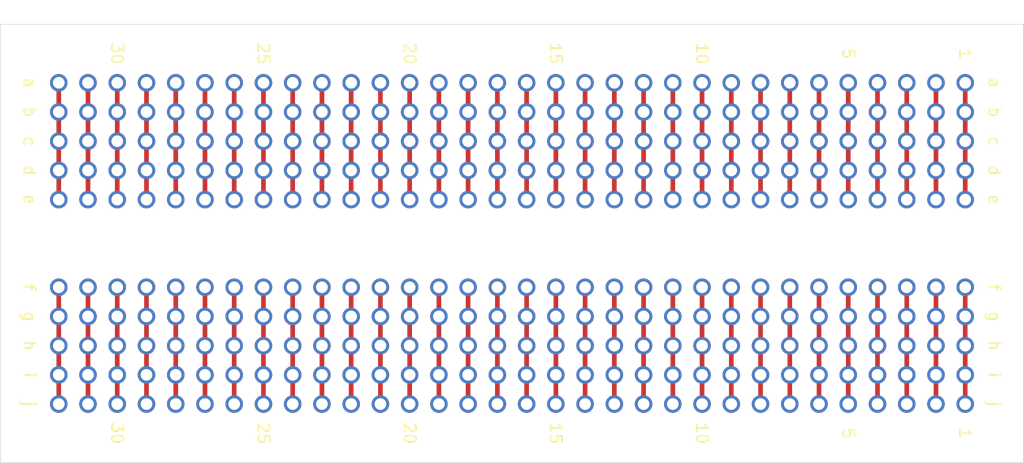
<source format=kicad_pcb>
(kicad_pcb (version 20171130) (host pcbnew 5.1.9-73d0e3b20d~88~ubuntu20.04.1)

  (general
    (thickness 1.6)
    (drawings 38)
    (tracks 64)
    (zones 0)
    (modules 3)
    (nets 1)
  )

  (page A4)
  (layers
    (0 F.Cu signal)
    (31 B.Cu signal)
    (32 B.Adhes user)
    (33 F.Adhes user)
    (34 B.Paste user)
    (35 F.Paste user)
    (36 B.SilkS user)
    (37 F.SilkS user)
    (38 B.Mask user)
    (39 F.Mask user)
    (40 Dwgs.User user)
    (41 Cmts.User user)
    (42 Eco1.User user)
    (43 Eco2.User user)
    (44 Edge.Cuts user)
    (45 Margin user)
    (46 B.CrtYd user)
    (47 F.CrtYd user)
    (48 B.Fab user)
    (49 F.Fab user)
  )

  (setup
    (last_trace_width 0.4064)
    (trace_clearance 0.2032)
    (zone_clearance 0.508)
    (zone_45_only no)
    (trace_min 0.2032)
    (via_size 0.8128)
    (via_drill 0.4064)
    (via_min_size 0.4064)
    (via_min_drill 0.3048)
    (uvia_size 0.3048)
    (uvia_drill 0.1016)
    (uvias_allowed no)
    (uvia_min_size 0.2032)
    (uvia_min_drill 0.1016)
    (edge_width 0.05)
    (segment_width 0.2)
    (pcb_text_width 0.3)
    (pcb_text_size 1.5 1.5)
    (mod_edge_width 0.12)
    (mod_text_size 1 1)
    (mod_text_width 0.15)
    (pad_size 1.524 1.524)
    (pad_drill 0.762)
    (pad_to_mask_clearance 0)
    (aux_axis_origin 0 0)
    (visible_elements FFFFFF7F)
    (pcbplotparams
      (layerselection 0x010fc_ffffffff)
      (usegerberextensions false)
      (usegerberattributes true)
      (usegerberadvancedattributes true)
      (creategerberjobfile true)
      (excludeedgelayer true)
      (linewidth 0.100000)
      (plotframeref false)
      (viasonmask false)
      (mode 1)
      (useauxorigin false)
      (hpglpennumber 1)
      (hpglpenspeed 20)
      (hpglpendiameter 15.000000)
      (psnegative false)
      (psa4output false)
      (plotreference true)
      (plotvalue true)
      (plotinvisibletext false)
      (padsonsilk false)
      (subtractmaskfromsilk false)
      (outputformat 1)
      (mirror false)
      (drillshape 0)
      (scaleselection 1)
      (outputdirectory "out/"))
  )

  (net 0 "")

  (net_class Default "This is the default net class."
    (clearance 0.2032)
    (trace_width 0.4064)
    (via_dia 0.8128)
    (via_drill 0.4064)
    (uvia_dia 0.3048)
    (uvia_drill 0.1016)
    (diff_pair_width 0.2032)
    (diff_pair_gap 0.2032)
  )

  (module ProtoPCBs:ProtoPCB_32_No_Rails (layer F.Cu) (tedit 6011E014) (tstamp 601333F0)
    (at 152.4 66.04)
    (fp_text reference REF** (at 0 -7.62) (layer F.SilkS) hide
      (effects (font (size 1 1) (thickness 0.15)))
    )
    (fp_text value ProtoPCB_32_No_Rails (at 3.81 -6.35) (layer F.Fab)
      (effects (font (size 1 1) (thickness 0.15)))
    )
    (pad 1 thru_hole circle (at 0 17.78) (size 1.524 1.524) (drill 1.016) (layers *.Cu *.Mask))
    (pad 1 thru_hole circle (at 0 27.94) (size 1.524 1.524) (drill 1.016) (layers *.Cu *.Mask))
    (pad 1 thru_hole circle (at 10.16 20.32) (size 1.524 1.524) (drill 1.016) (layers *.Cu *.Mask))
    (pad 1 thru_hole circle (at 63.5 17.78) (size 1.524 1.524) (drill 1.016) (layers *.Cu *.Mask))
    (pad 1 thru_hole circle (at 71.12 25.4) (size 1.524 1.524) (drill 1.016) (layers *.Cu *.Mask))
    (pad 1 thru_hole circle (at 71.12 27.94) (size 1.524 1.524) (drill 1.016) (layers *.Cu *.Mask))
    (pad 1 thru_hole circle (at 68.58 25.4) (size 1.524 1.524) (drill 1.016) (layers *.Cu *.Mask))
    (pad 1 thru_hole circle (at 68.58 27.94) (size 1.524 1.524) (drill 1.016) (layers *.Cu *.Mask))
    (pad 1 thru_hole circle (at 35.56 27.94) (size 1.524 1.524) (drill 1.016) (layers *.Cu *.Mask))
    (pad 1 thru_hole circle (at 35.56 22.86) (size 1.524 1.524) (drill 1.016) (layers *.Cu *.Mask))
    (pad 1 thru_hole circle (at 33.02 17.78) (size 1.524 1.524) (drill 1.016) (layers *.Cu *.Mask))
    (pad 1 thru_hole circle (at 22.86 27.94) (size 1.524 1.524) (drill 1.016) (layers *.Cu *.Mask))
    (pad 1 thru_hole circle (at 43.18 25.4) (size 1.524 1.524) (drill 1.016) (layers *.Cu *.Mask))
    (pad 1 thru_hole circle (at 48.26 22.86) (size 1.524 1.524) (drill 1.016) (layers *.Cu *.Mask))
    (pad 1 thru_hole circle (at 63.5 25.4) (size 1.524 1.524) (drill 1.016) (layers *.Cu *.Mask))
    (pad 1 thru_hole circle (at 68.58 22.86) (size 1.524 1.524) (drill 1.016) (layers *.Cu *.Mask))
    (pad 1 thru_hole circle (at 71.12 22.86) (size 1.524 1.524) (drill 1.016) (layers *.Cu *.Mask))
    (pad 1 thru_hole circle (at 50.8 22.86) (size 1.524 1.524) (drill 1.016) (layers *.Cu *.Mask))
    (pad 1 thru_hole circle (at 12.7 20.32) (size 1.524 1.524) (drill 1.016) (layers *.Cu *.Mask))
    (pad 1 thru_hole circle (at 20.32 22.86) (size 1.524 1.524) (drill 1.016) (layers *.Cu *.Mask))
    (pad 1 thru_hole circle (at 58.42 22.86) (size 1.524 1.524) (drill 1.016) (layers *.Cu *.Mask))
    (pad 1 thru_hole circle (at 30.48 17.78) (size 1.524 1.524) (drill 1.016) (layers *.Cu *.Mask))
    (pad 1 thru_hole circle (at 38.1 25.4) (size 1.524 1.524) (drill 1.016) (layers *.Cu *.Mask))
    (pad 1 thru_hole circle (at 0 20.32) (size 1.524 1.524) (drill 1.016) (layers *.Cu *.Mask))
    (pad 1 thru_hole circle (at 20.32 20.32) (size 1.524 1.524) (drill 1.016) (layers *.Cu *.Mask))
    (pad 1 thru_hole circle (at 20.32 27.94) (size 1.524 1.524) (drill 1.016) (layers *.Cu *.Mask))
    (pad 1 thru_hole circle (at 40.64 20.32) (size 1.524 1.524) (drill 1.016) (layers *.Cu *.Mask))
    (pad 1 thru_hole circle (at 40.64 27.94) (size 1.524 1.524) (drill 1.016) (layers *.Cu *.Mask))
    (pad 1 thru_hole circle (at 27.94 25.4) (size 1.524 1.524) (drill 1.016) (layers *.Cu *.Mask))
    (pad 1 thru_hole circle (at 27.94 27.94) (size 1.524 1.524) (drill 1.016) (layers *.Cu *.Mask))
    (pad 1 thru_hole circle (at 12.7 17.78) (size 1.524 1.524) (drill 1.016) (layers *.Cu *.Mask))
    (pad 1 thru_hole circle (at 27.94 20.32) (size 1.524 1.524) (drill 1.016) (layers *.Cu *.Mask))
    (pad 1 thru_hole circle (at 2.54 27.94) (size 1.524 1.524) (drill 1.016) (layers *.Cu *.Mask))
    (pad 1 thru_hole circle (at 5.08 22.86) (size 1.524 1.524) (drill 1.016) (layers *.Cu *.Mask))
    (pad 1 thru_hole circle (at 66.04 25.4) (size 1.524 1.524) (drill 1.016) (layers *.Cu *.Mask))
    (pad 1 thru_hole circle (at 66.04 22.86) (size 1.524 1.524) (drill 1.016) (layers *.Cu *.Mask))
    (pad 1 thru_hole circle (at 66.04 20.32) (size 1.524 1.524) (drill 1.016) (layers *.Cu *.Mask))
    (pad 1 thru_hole circle (at 78.74 27.94) (size 1.524 1.524) (drill 1.016) (layers *.Cu *.Mask))
    (pad 1 thru_hole circle (at 68.58 20.32) (size 1.524 1.524) (drill 1.016) (layers *.Cu *.Mask))
    (pad 1 thru_hole circle (at 73.66 22.86) (size 1.524 1.524) (drill 1.016) (layers *.Cu *.Mask))
    (pad 1 thru_hole circle (at 33.02 22.86) (size 1.524 1.524) (drill 1.016) (layers *.Cu *.Mask))
    (pad 1 thru_hole circle (at 20.32 25.4) (size 1.524 1.524) (drill 1.016) (layers *.Cu *.Mask))
    (pad 1 thru_hole circle (at 38.1 20.32) (size 1.524 1.524) (drill 1.016) (layers *.Cu *.Mask))
    (pad 1 thru_hole circle (at 63.5 27.94) (size 1.524 1.524) (drill 1.016) (layers *.Cu *.Mask))
    (pad 1 thru_hole circle (at 60.96 22.86) (size 1.524 1.524) (drill 1.016) (layers *.Cu *.Mask))
    (pad 1 thru_hole circle (at 71.12 20.32) (size 1.524 1.524) (drill 1.016) (layers *.Cu *.Mask))
    (pad 1 thru_hole circle (at 60.96 25.4) (size 1.524 1.524) (drill 1.016) (layers *.Cu *.Mask))
    (pad 1 thru_hole circle (at 78.74 20.32) (size 1.524 1.524) (drill 1.016) (layers *.Cu *.Mask))
    (pad 1 thru_hole circle (at 66.04 27.94) (size 1.524 1.524) (drill 1.016) (layers *.Cu *.Mask))
    (pad 1 thru_hole circle (at 55.88 27.94) (size 1.524 1.524) (drill 1.016) (layers *.Cu *.Mask))
    (pad 1 thru_hole circle (at 25.4 20.32) (size 1.524 1.524) (drill 1.016) (layers *.Cu *.Mask))
    (pad 1 thru_hole circle (at 15.24 25.4) (size 1.524 1.524) (drill 1.016) (layers *.Cu *.Mask))
    (pad 1 thru_hole circle (at 38.1 27.94) (size 1.524 1.524) (drill 1.016) (layers *.Cu *.Mask))
    (pad 1 thru_hole circle (at 30.48 25.4) (size 1.524 1.524) (drill 1.016) (layers *.Cu *.Mask))
    (pad 1 thru_hole circle (at 30.48 27.94) (size 1.524 1.524) (drill 1.016) (layers *.Cu *.Mask))
    (pad 1 thru_hole circle (at 25.4 27.94) (size 1.524 1.524) (drill 1.016) (layers *.Cu *.Mask))
    (pad 1 thru_hole circle (at 10.16 22.86) (size 1.524 1.524) (drill 1.016) (layers *.Cu *.Mask))
    (pad 1 thru_hole circle (at 76.2 20.32) (size 1.524 1.524) (drill 1.016) (layers *.Cu *.Mask))
    (pad 1 thru_hole circle (at 73.66 20.32) (size 1.524 1.524) (drill 1.016) (layers *.Cu *.Mask))
    (pad 1 thru_hole circle (at 71.12 17.78) (size 1.524 1.524) (drill 1.016) (layers *.Cu *.Mask))
    (pad 1 thru_hole circle (at 78.74 25.4) (size 1.524 1.524) (drill 1.016) (layers *.Cu *.Mask))
    (pad 1 thru_hole circle (at 73.66 27.94) (size 1.524 1.524) (drill 1.016) (layers *.Cu *.Mask))
    (pad 1 thru_hole circle (at 73.66 25.4) (size 1.524 1.524) (drill 1.016) (layers *.Cu *.Mask))
    (pad 1 thru_hole circle (at 55.88 17.78) (size 1.524 1.524) (drill 1.016) (layers *.Cu *.Mask))
    (pad 1 thru_hole circle (at 43.18 22.86) (size 1.524 1.524) (drill 1.016) (layers *.Cu *.Mask))
    (pad 1 thru_hole circle (at 7.62 22.86) (size 1.524 1.524) (drill 1.016) (layers *.Cu *.Mask))
    (pad 1 thru_hole circle (at 15.24 17.78) (size 1.524 1.524) (drill 1.016) (layers *.Cu *.Mask))
    (pad 1 thru_hole circle (at 22.86 17.78) (size 1.524 1.524) (drill 1.016) (layers *.Cu *.Mask))
    (pad 1 thru_hole circle (at 25.4 25.4) (size 1.524 1.524) (drill 1.016) (layers *.Cu *.Mask))
    (pad 1 thru_hole circle (at 25.4 22.86) (size 1.524 1.524) (drill 1.016) (layers *.Cu *.Mask))
    (pad 1 thru_hole circle (at 35.56 25.4) (size 1.524 1.524) (drill 1.016) (layers *.Cu *.Mask))
    (pad 1 thru_hole circle (at 27.94 17.78) (size 1.524 1.524) (drill 1.016) (layers *.Cu *.Mask))
    (pad 1 thru_hole circle (at 22.86 25.4) (size 1.524 1.524) (drill 1.016) (layers *.Cu *.Mask))
    (pad 1 thru_hole circle (at 7.62 25.4) (size 1.524 1.524) (drill 1.016) (layers *.Cu *.Mask))
    (pad 1 thru_hole circle (at 27.94 22.86) (size 1.524 1.524) (drill 1.016) (layers *.Cu *.Mask))
    (pad 1 thru_hole circle (at 35.56 17.78) (size 1.524 1.524) (drill 1.016) (layers *.Cu *.Mask))
    (pad 1 thru_hole circle (at 43.18 27.94) (size 1.524 1.524) (drill 1.016) (layers *.Cu *.Mask))
    (pad 1 thru_hole circle (at 40.64 22.86) (size 1.524 1.524) (drill 1.016) (layers *.Cu *.Mask))
    (pad 1 thru_hole circle (at 7.62 27.94) (size 1.524 1.524) (drill 1.016) (layers *.Cu *.Mask))
    (pad 1 thru_hole circle (at 50.8 20.32) (size 1.524 1.524) (drill 1.016) (layers *.Cu *.Mask))
    (pad 1 thru_hole circle (at 40.64 25.4) (size 1.524 1.524) (drill 1.016) (layers *.Cu *.Mask))
    (pad 1 thru_hole circle (at 58.42 20.32) (size 1.524 1.524) (drill 1.016) (layers *.Cu *.Mask))
    (pad 1 thru_hole circle (at 22.86 22.86) (size 1.524 1.524) (drill 1.016) (layers *.Cu *.Mask))
    (pad 1 thru_hole circle (at 38.1 17.78) (size 1.524 1.524) (drill 1.016) (layers *.Cu *.Mask))
    (pad 1 thru_hole circle (at 15.24 27.94) (size 1.524 1.524) (drill 1.016) (layers *.Cu *.Mask))
    (pad 1 thru_hole circle (at 15.24 22.86) (size 1.524 1.524) (drill 1.016) (layers *.Cu *.Mask))
    (pad 1 thru_hole circle (at 78.74 22.86) (size 1.524 1.524) (drill 1.016) (layers *.Cu *.Mask))
    (pad 1 thru_hole circle (at 60.96 20.32) (size 1.524 1.524) (drill 1.016) (layers *.Cu *.Mask))
    (pad 1 thru_hole circle (at 60.96 27.94) (size 1.524 1.524) (drill 1.016) (layers *.Cu *.Mask))
    (pad 1 thru_hole circle (at 76.2 27.94) (size 1.524 1.524) (drill 1.016) (layers *.Cu *.Mask))
    (pad 1 thru_hole circle (at 76.2 17.78) (size 1.524 1.524) (drill 1.016) (layers *.Cu *.Mask))
    (pad 1 thru_hole circle (at 63.5 22.86) (size 1.524 1.524) (drill 1.016) (layers *.Cu *.Mask))
    (pad 1 thru_hole circle (at 10.16 17.78) (size 1.524 1.524) (drill 1.016) (layers *.Cu *.Mask))
    (pad 1 thru_hole circle (at 45.72 27.94) (size 1.524 1.524) (drill 1.016) (layers *.Cu *.Mask))
    (pad 1 thru_hole circle (at 43.18 17.78) (size 1.524 1.524) (drill 1.016) (layers *.Cu *.Mask))
    (pad 1 thru_hole circle (at 17.78 25.4) (size 1.524 1.524) (drill 1.016) (layers *.Cu *.Mask))
    (pad 1 thru_hole circle (at 78.74 17.78) (size 1.524 1.524) (drill 1.016) (layers *.Cu *.Mask))
    (pad 1 thru_hole circle (at 63.5 20.32) (size 1.524 1.524) (drill 1.016) (layers *.Cu *.Mask))
    (pad 1 thru_hole circle (at 76.2 25.4) (size 1.524 1.524) (drill 1.016) (layers *.Cu *.Mask))
    (pad 1 thru_hole circle (at 68.58 17.78) (size 1.524 1.524) (drill 1.016) (layers *.Cu *.Mask))
    (pad 1 thru_hole circle (at 66.04 17.78) (size 1.524 1.524) (drill 1.016) (layers *.Cu *.Mask))
    (pad 1 thru_hole circle (at 7.62 17.78) (size 1.524 1.524) (drill 1.016) (layers *.Cu *.Mask))
    (pad 1 thru_hole circle (at 22.86 20.32) (size 1.524 1.524) (drill 1.016) (layers *.Cu *.Mask))
    (pad 1 thru_hole circle (at 2.54 25.4) (size 1.524 1.524) (drill 1.016) (layers *.Cu *.Mask))
    (pad 1 thru_hole circle (at 12.7 25.4) (size 1.524 1.524) (drill 1.016) (layers *.Cu *.Mask))
    (pad 1 thru_hole circle (at 50.8 25.4) (size 1.524 1.524) (drill 1.016) (layers *.Cu *.Mask))
    (pad 1 thru_hole circle (at 50.8 27.94) (size 1.524 1.524) (drill 1.016) (layers *.Cu *.Mask))
    (pad 1 thru_hole circle (at 48.26 25.4) (size 1.524 1.524) (drill 1.016) (layers *.Cu *.Mask))
    (pad 1 thru_hole circle (at 48.26 27.94) (size 1.524 1.524) (drill 1.016) (layers *.Cu *.Mask))
    (pad 1 thru_hole circle (at 55.88 20.32) (size 1.524 1.524) (drill 1.016) (layers *.Cu *.Mask))
    (pad 1 thru_hole circle (at 73.66 17.78) (size 1.524 1.524) (drill 1.016) (layers *.Cu *.Mask))
    (pad 1 thru_hole circle (at 30.48 20.32) (size 1.524 1.524) (drill 1.016) (layers *.Cu *.Mask))
    (pad 1 thru_hole circle (at 33.02 20.32) (size 1.524 1.524) (drill 1.016) (layers *.Cu *.Mask))
    (pad 1 thru_hole circle (at 53.34 20.32) (size 1.524 1.524) (drill 1.016) (layers *.Cu *.Mask))
    (pad 1 thru_hole circle (at 50.8 17.78) (size 1.524 1.524) (drill 1.016) (layers *.Cu *.Mask))
    (pad 1 thru_hole circle (at 58.42 25.4) (size 1.524 1.524) (drill 1.016) (layers *.Cu *.Mask))
    (pad 1 thru_hole circle (at 53.34 27.94) (size 1.524 1.524) (drill 1.016) (layers *.Cu *.Mask))
    (pad 1 thru_hole circle (at 53.34 25.4) (size 1.524 1.524) (drill 1.016) (layers *.Cu *.Mask))
    (pad 1 thru_hole circle (at 20.32 17.78) (size 1.524 1.524) (drill 1.016) (layers *.Cu *.Mask))
    (pad 1 thru_hole circle (at 35.56 20.32) (size 1.524 1.524) (drill 1.016) (layers *.Cu *.Mask))
    (pad 1 thru_hole circle (at 33.02 27.94) (size 1.524 1.524) (drill 1.016) (layers *.Cu *.Mask))
    (pad 1 thru_hole circle (at 5.08 17.78) (size 1.524 1.524) (drill 1.016) (layers *.Cu *.Mask))
    (pad 1 thru_hole circle (at 45.72 25.4) (size 1.524 1.524) (drill 1.016) (layers *.Cu *.Mask))
    (pad 1 thru_hole circle (at 45.72 22.86) (size 1.524 1.524) (drill 1.016) (layers *.Cu *.Mask))
    (pad 1 thru_hole circle (at 45.72 20.32) (size 1.524 1.524) (drill 1.016) (layers *.Cu *.Mask))
    (pad 1 thru_hole circle (at 58.42 27.94) (size 1.524 1.524) (drill 1.016) (layers *.Cu *.Mask))
    (pad 1 thru_hole circle (at 2.54 22.86) (size 1.524 1.524) (drill 1.016) (layers *.Cu *.Mask))
    (pad 1 thru_hole circle (at 17.78 17.78) (size 1.524 1.524) (drill 1.016) (layers *.Cu *.Mask))
    (pad 1 thru_hole circle (at 0 25.4) (size 1.524 1.524) (drill 1.016) (layers *.Cu *.Mask))
    (pad 1 thru_hole circle (at 17.78 20.32) (size 1.524 1.524) (drill 1.016) (layers *.Cu *.Mask))
    (pad 1 thru_hole circle (at 48.26 20.32) (size 1.524 1.524) (drill 1.016) (layers *.Cu *.Mask))
    (pad 1 thru_hole circle (at 53.34 22.86) (size 1.524 1.524) (drill 1.016) (layers *.Cu *.Mask))
    (pad 1 thru_hole circle (at 38.1 22.86) (size 1.524 1.524) (drill 1.016) (layers *.Cu *.Mask))
    (pad 1 thru_hole circle (at 15.24 20.32) (size 1.524 1.524) (drill 1.016) (layers *.Cu *.Mask))
    (pad 1 thru_hole circle (at 60.96 17.78) (size 1.524 1.524) (drill 1.016) (layers *.Cu *.Mask))
    (pad 1 thru_hole circle (at 76.2 22.86) (size 1.524 1.524) (drill 1.016) (layers *.Cu *.Mask))
    (pad 1 thru_hole circle (at 58.42 17.78) (size 1.524 1.524) (drill 1.016) (layers *.Cu *.Mask))
    (pad 1 thru_hole circle (at 43.18 20.32) (size 1.524 1.524) (drill 1.016) (layers *.Cu *.Mask))
    (pad 1 thru_hole circle (at 55.88 25.4) (size 1.524 1.524) (drill 1.016) (layers *.Cu *.Mask))
    (pad 1 thru_hole circle (at 48.26 17.78) (size 1.524 1.524) (drill 1.016) (layers *.Cu *.Mask))
    (pad 1 thru_hole circle (at 30.48 22.86) (size 1.524 1.524) (drill 1.016) (layers *.Cu *.Mask))
    (pad 1 thru_hole circle (at 12.7 27.94) (size 1.524 1.524) (drill 1.016) (layers *.Cu *.Mask))
    (pad 1 thru_hole circle (at 12.7 22.86) (size 1.524 1.524) (drill 1.016) (layers *.Cu *.Mask))
    (pad 1 thru_hole circle (at 2.54 20.32) (size 1.524 1.524) (drill 1.016) (layers *.Cu *.Mask))
    (pad 1 thru_hole circle (at 5.08 27.94) (size 1.524 1.524) (drill 1.016) (layers *.Cu *.Mask))
    (pad 1 thru_hole circle (at 17.78 27.94) (size 1.524 1.524) (drill 1.016) (layers *.Cu *.Mask))
    (pad 1 thru_hole circle (at 45.72 17.78) (size 1.524 1.524) (drill 1.016) (layers *.Cu *.Mask))
    (pad 1 thru_hole circle (at 40.64 17.78) (size 1.524 1.524) (drill 1.016) (layers *.Cu *.Mask))
    (pad 1 thru_hole circle (at 55.88 22.86) (size 1.524 1.524) (drill 1.016) (layers *.Cu *.Mask))
    (pad 1 thru_hole circle (at 53.34 17.78) (size 1.524 1.524) (drill 1.016) (layers *.Cu *.Mask))
    (pad 1 thru_hole circle (at 17.78 22.86) (size 1.524 1.524) (drill 1.016) (layers *.Cu *.Mask))
    (pad 1 thru_hole circle (at 33.02 25.4) (size 1.524 1.524) (drill 1.016) (layers *.Cu *.Mask))
    (pad 1 thru_hole circle (at 25.4 17.78) (size 1.524 1.524) (drill 1.016) (layers *.Cu *.Mask))
    (pad 1 thru_hole circle (at 10.16 27.94) (size 1.524 1.524) (drill 1.016) (layers *.Cu *.Mask))
    (pad 1 thru_hole circle (at 0 22.86) (size 1.524 1.524) (drill 1.016) (layers *.Cu *.Mask))
    (pad 1 thru_hole circle (at 5.08 20.32) (size 1.524 1.524) (drill 1.016) (layers *.Cu *.Mask))
    (pad 1 thru_hole circle (at 7.62 20.32) (size 1.524 1.524) (drill 1.016) (layers *.Cu *.Mask))
    (pad 1 thru_hole circle (at 2.54 17.78) (size 1.524 1.524) (drill 1.016) (layers *.Cu *.Mask))
    (pad 1 thru_hole circle (at 5.08 25.4) (size 1.524 1.524) (drill 1.016) (layers *.Cu *.Mask))
    (pad 1 thru_hole circle (at 10.16 25.4) (size 1.524 1.524) (drill 1.016) (layers *.Cu *.Mask))
    (pad 1 thru_hole circle (at 63.5 7.62) (size 1.524 1.524) (drill 1.016) (layers *.Cu *.Mask))
    (pad 1 thru_hole circle (at 68.58 5.08) (size 1.524 1.524) (drill 1.016) (layers *.Cu *.Mask))
    (pad 1 thru_hole circle (at 71.12 5.08) (size 1.524 1.524) (drill 1.016) (layers *.Cu *.Mask))
    (pad 1 thru_hole circle (at 78.74 5.08) (size 1.524 1.524) (drill 1.016) (layers *.Cu *.Mask))
    (pad 1 thru_hole circle (at 60.96 2.54) (size 1.524 1.524) (drill 1.016) (layers *.Cu *.Mask))
    (pad 1 thru_hole circle (at 60.96 10.16) (size 1.524 1.524) (drill 1.016) (layers *.Cu *.Mask))
    (pad 1 thru_hole circle (at 76.2 10.16) (size 1.524 1.524) (drill 1.016) (layers *.Cu *.Mask))
    (pad 1 thru_hole circle (at 76.2 0) (size 1.524 1.524) (drill 1.016) (layers *.Cu *.Mask))
    (pad 1 thru_hole circle (at 63.5 5.08) (size 1.524 1.524) (drill 1.016) (layers *.Cu *.Mask))
    (pad 1 thru_hole circle (at 63.5 10.16) (size 1.524 1.524) (drill 1.016) (layers *.Cu *.Mask))
    (pad 1 thru_hole circle (at 60.96 5.08) (size 1.524 1.524) (drill 1.016) (layers *.Cu *.Mask))
    (pad 1 thru_hole circle (at 71.12 2.54) (size 1.524 1.524) (drill 1.016) (layers *.Cu *.Mask))
    (pad 1 thru_hole circle (at 60.96 7.62) (size 1.524 1.524) (drill 1.016) (layers *.Cu *.Mask))
    (pad 1 thru_hole circle (at 78.74 2.54) (size 1.524 1.524) (drill 1.016) (layers *.Cu *.Mask))
    (pad 1 thru_hole circle (at 66.04 10.16) (size 1.524 1.524) (drill 1.016) (layers *.Cu *.Mask))
    (pad 1 thru_hole circle (at 63.5 0) (size 1.524 1.524) (drill 1.016) (layers *.Cu *.Mask))
    (pad 1 thru_hole circle (at 71.12 7.62) (size 1.524 1.524) (drill 1.016) (layers *.Cu *.Mask))
    (pad 1 thru_hole circle (at 71.12 10.16) (size 1.524 1.524) (drill 1.016) (layers *.Cu *.Mask))
    (pad 1 thru_hole circle (at 68.58 7.62) (size 1.524 1.524) (drill 1.016) (layers *.Cu *.Mask))
    (pad 1 thru_hole circle (at 68.58 10.16) (size 1.524 1.524) (drill 1.016) (layers *.Cu *.Mask))
    (pad 1 thru_hole circle (at 76.2 2.54) (size 1.524 1.524) (drill 1.016) (layers *.Cu *.Mask))
    (pad 1 thru_hole circle (at 73.66 2.54) (size 1.524 1.524) (drill 1.016) (layers *.Cu *.Mask))
    (pad 1 thru_hole circle (at 71.12 0) (size 1.524 1.524) (drill 1.016) (layers *.Cu *.Mask))
    (pad 1 thru_hole circle (at 78.74 7.62) (size 1.524 1.524) (drill 1.016) (layers *.Cu *.Mask))
    (pad 1 thru_hole circle (at 73.66 10.16) (size 1.524 1.524) (drill 1.016) (layers *.Cu *.Mask))
    (pad 1 thru_hole circle (at 73.66 7.62) (size 1.524 1.524) (drill 1.016) (layers *.Cu *.Mask))
    (pad 1 thru_hole circle (at 66.04 7.62) (size 1.524 1.524) (drill 1.016) (layers *.Cu *.Mask))
    (pad 1 thru_hole circle (at 66.04 5.08) (size 1.524 1.524) (drill 1.016) (layers *.Cu *.Mask))
    (pad 1 thru_hole circle (at 66.04 2.54) (size 1.524 1.524) (drill 1.016) (layers *.Cu *.Mask))
    (pad 1 thru_hole circle (at 78.74 10.16) (size 1.524 1.524) (drill 1.016) (layers *.Cu *.Mask))
    (pad 1 thru_hole circle (at 68.58 2.54) (size 1.524 1.524) (drill 1.016) (layers *.Cu *.Mask))
    (pad 1 thru_hole circle (at 73.66 5.08) (size 1.524 1.524) (drill 1.016) (layers *.Cu *.Mask))
    (pad 1 thru_hole circle (at 78.74 0) (size 1.524 1.524) (drill 1.016) (layers *.Cu *.Mask))
    (pad 1 thru_hole circle (at 63.5 2.54) (size 1.524 1.524) (drill 1.016) (layers *.Cu *.Mask))
    (pad 1 thru_hole circle (at 76.2 7.62) (size 1.524 1.524) (drill 1.016) (layers *.Cu *.Mask))
    (pad 1 thru_hole circle (at 68.58 0) (size 1.524 1.524) (drill 1.016) (layers *.Cu *.Mask))
    (pad 1 thru_hole circle (at 66.04 0) (size 1.524 1.524) (drill 1.016) (layers *.Cu *.Mask))
    (pad 1 thru_hole circle (at 60.96 0) (size 1.524 1.524) (drill 1.016) (layers *.Cu *.Mask))
    (pad 1 thru_hole circle (at 76.2 5.08) (size 1.524 1.524) (drill 1.016) (layers *.Cu *.Mask))
    (pad 1 thru_hole circle (at 73.66 0) (size 1.524 1.524) (drill 1.016) (layers *.Cu *.Mask))
    (pad 1 thru_hole circle (at 55.88 10.16) (size 1.524 1.524) (drill 1.016) (layers *.Cu *.Mask))
    (pad 1 thru_hole circle (at 55.88 5.08) (size 1.524 1.524) (drill 1.016) (layers *.Cu *.Mask))
    (pad 1 thru_hole circle (at 53.34 0) (size 1.524 1.524) (drill 1.016) (layers *.Cu *.Mask))
    (pad 1 thru_hole circle (at 43.18 10.16) (size 1.524 1.524) (drill 1.016) (layers *.Cu *.Mask))
    (pad 1 thru_hole circle (at 40.64 5.08) (size 1.524 1.524) (drill 1.016) (layers *.Cu *.Mask))
    (pad 1 thru_hole circle (at 50.8 0) (size 1.524 1.524) (drill 1.016) (layers *.Cu *.Mask))
    (pad 1 thru_hole circle (at 58.42 7.62) (size 1.524 1.524) (drill 1.016) (layers *.Cu *.Mask))
    (pad 1 thru_hole circle (at 40.64 2.54) (size 1.524 1.524) (drill 1.016) (layers *.Cu *.Mask))
    (pad 1 thru_hole circle (at 40.64 10.16) (size 1.524 1.524) (drill 1.016) (layers *.Cu *.Mask))
    (pad 1 thru_hole circle (at 48.26 7.62) (size 1.524 1.524) (drill 1.016) (layers *.Cu *.Mask))
    (pad 1 thru_hole circle (at 48.26 10.16) (size 1.524 1.524) (drill 1.016) (layers *.Cu *.Mask))
    (pad 1 thru_hole circle (at 48.26 2.54) (size 1.524 1.524) (drill 1.016) (layers *.Cu *.Mask))
    (pad 1 thru_hole circle (at 53.34 5.08) (size 1.524 1.524) (drill 1.016) (layers *.Cu *.Mask))
    (pad 1 thru_hole circle (at 40.64 7.62) (size 1.524 1.524) (drill 1.016) (layers *.Cu *.Mask))
    (pad 1 thru_hole circle (at 58.42 2.54) (size 1.524 1.524) (drill 1.016) (layers *.Cu *.Mask))
    (pad 1 thru_hole circle (at 45.72 2.54) (size 1.524 1.524) (drill 1.016) (layers *.Cu *.Mask))
    (pad 1 thru_hole circle (at 58.42 10.16) (size 1.524 1.524) (drill 1.016) (layers *.Cu *.Mask))
    (pad 1 thru_hole circle (at 50.8 7.62) (size 1.524 1.524) (drill 1.016) (layers *.Cu *.Mask))
    (pad 1 thru_hole circle (at 50.8 10.16) (size 1.524 1.524) (drill 1.016) (layers *.Cu *.Mask))
    (pad 1 thru_hole circle (at 45.72 10.16) (size 1.524 1.524) (drill 1.016) (layers *.Cu *.Mask))
    (pad 1 thru_hole circle (at 43.18 0) (size 1.524 1.524) (drill 1.016) (layers *.Cu *.Mask))
    (pad 1 thru_hole circle (at 45.72 7.62) (size 1.524 1.524) (drill 1.016) (layers *.Cu *.Mask))
    (pad 1 thru_hole circle (at 45.72 5.08) (size 1.524 1.524) (drill 1.016) (layers *.Cu *.Mask))
    (pad 1 thru_hole circle (at 55.88 7.62) (size 1.524 1.524) (drill 1.016) (layers *.Cu *.Mask))
    (pad 1 thru_hole circle (at 48.26 0) (size 1.524 1.524) (drill 1.016) (layers *.Cu *.Mask))
    (pad 1 thru_hole circle (at 43.18 7.62) (size 1.524 1.524) (drill 1.016) (layers *.Cu *.Mask))
    (pad 1 thru_hole circle (at 48.26 5.08) (size 1.524 1.524) (drill 1.016) (layers *.Cu *.Mask))
    (pad 1 thru_hole circle (at 55.88 0) (size 1.524 1.524) (drill 1.016) (layers *.Cu *.Mask))
    (pad 1 thru_hole circle (at 43.18 5.08) (size 1.524 1.524) (drill 1.016) (layers *.Cu *.Mask))
    (pad 1 thru_hole circle (at 58.42 0) (size 1.524 1.524) (drill 1.016) (layers *.Cu *.Mask))
    (pad 1 thru_hole circle (at 43.18 2.54) (size 1.524 1.524) (drill 1.016) (layers *.Cu *.Mask))
    (pad 1 thru_hole circle (at 50.8 2.54) (size 1.524 1.524) (drill 1.016) (layers *.Cu *.Mask))
    (pad 1 thru_hole circle (at 53.34 2.54) (size 1.524 1.524) (drill 1.016) (layers *.Cu *.Mask))
    (pad 1 thru_hole circle (at 40.64 0) (size 1.524 1.524) (drill 1.016) (layers *.Cu *.Mask))
    (pad 1 thru_hole circle (at 55.88 2.54) (size 1.524 1.524) (drill 1.016) (layers *.Cu *.Mask))
    (pad 1 thru_hole circle (at 53.34 10.16) (size 1.524 1.524) (drill 1.016) (layers *.Cu *.Mask))
    (pad 1 thru_hole circle (at 58.42 5.08) (size 1.524 1.524) (drill 1.016) (layers *.Cu *.Mask))
    (pad 1 thru_hole circle (at 50.8 5.08) (size 1.524 1.524) (drill 1.016) (layers *.Cu *.Mask))
    (pad 1 thru_hole circle (at 53.34 7.62) (size 1.524 1.524) (drill 1.016) (layers *.Cu *.Mask))
    (pad 1 thru_hole circle (at 45.72 0) (size 1.524 1.524) (drill 1.016) (layers *.Cu *.Mask))
    (pad 1 thru_hole circle (at 20.32 0) (size 1.524 1.524) (drill 1.016) (layers *.Cu *.Mask))
    (pad 1 thru_hole circle (at 20.32 10.16) (size 1.524 1.524) (drill 1.016) (layers *.Cu *.Mask))
    (pad 1 thru_hole circle (at 30.48 2.54) (size 1.524 1.524) (drill 1.016) (layers *.Cu *.Mask))
    (pad 1 thru_hole circle (at 33.02 2.54) (size 1.524 1.524) (drill 1.016) (layers *.Cu *.Mask))
    (pad 1 thru_hole circle (at 20.32 2.54) (size 1.524 1.524) (drill 1.016) (layers *.Cu *.Mask))
    (pad 1 thru_hole circle (at 33.02 0) (size 1.524 1.524) (drill 1.016) (layers *.Cu *.Mask))
    (pad 1 thru_hole circle (at 22.86 10.16) (size 1.524 1.524) (drill 1.016) (layers *.Cu *.Mask))
    (pad 1 thru_hole circle (at 25.4 5.08) (size 1.524 1.524) (drill 1.016) (layers *.Cu *.Mask))
    (pad 1 thru_hole circle (at 35.56 7.62) (size 1.524 1.524) (drill 1.016) (layers *.Cu *.Mask))
    (pad 1 thru_hole circle (at 30.48 5.08) (size 1.524 1.524) (drill 1.016) (layers *.Cu *.Mask))
    (pad 1 thru_hole circle (at 27.94 5.08) (size 1.524 1.524) (drill 1.016) (layers *.Cu *.Mask))
    (pad 1 thru_hole circle (at 35.56 0) (size 1.524 1.524) (drill 1.016) (layers *.Cu *.Mask))
    (pad 1 thru_hole circle (at 27.94 7.62) (size 1.524 1.524) (drill 1.016) (layers *.Cu *.Mask))
    (pad 1 thru_hole circle (at 27.94 10.16) (size 1.524 1.524) (drill 1.016) (layers *.Cu *.Mask))
    (pad 1 thru_hole circle (at 35.56 10.16) (size 1.524 1.524) (drill 1.016) (layers *.Cu *.Mask))
    (pad 1 thru_hole circle (at 35.56 5.08) (size 1.524 1.524) (drill 1.016) (layers *.Cu *.Mask))
    (pad 1 thru_hole circle (at 30.48 0) (size 1.524 1.524) (drill 1.016) (layers *.Cu *.Mask))
    (pad 1 thru_hole circle (at 38.1 7.62) (size 1.524 1.524) (drill 1.016) (layers *.Cu *.Mask))
    (pad 1 thru_hole circle (at 27.94 0) (size 1.524 1.524) (drill 1.016) (layers *.Cu *.Mask))
    (pad 1 thru_hole circle (at 22.86 7.62) (size 1.524 1.524) (drill 1.016) (layers *.Cu *.Mask))
    (pad 1 thru_hole circle (at 33.02 7.62) (size 1.524 1.524) (drill 1.016) (layers *.Cu *.Mask))
    (pad 1 thru_hole circle (at 25.4 0) (size 1.524 1.524) (drill 1.016) (layers *.Cu *.Mask))
    (pad 1 thru_hole circle (at 22.86 5.08) (size 1.524 1.524) (drill 1.016) (layers *.Cu *.Mask))
    (pad 1 thru_hole circle (at 38.1 0) (size 1.524 1.524) (drill 1.016) (layers *.Cu *.Mask))
    (pad 1 thru_hole circle (at 20.32 7.62) (size 1.524 1.524) (drill 1.016) (layers *.Cu *.Mask))
    (pad 1 thru_hole circle (at 38.1 2.54) (size 1.524 1.524) (drill 1.016) (layers *.Cu *.Mask))
    (pad 1 thru_hole circle (at 35.56 2.54) (size 1.524 1.524) (drill 1.016) (layers *.Cu *.Mask))
    (pad 1 thru_hole circle (at 33.02 10.16) (size 1.524 1.524) (drill 1.016) (layers *.Cu *.Mask))
    (pad 1 thru_hole circle (at 33.02 5.08) (size 1.524 1.524) (drill 1.016) (layers *.Cu *.Mask))
    (pad 1 thru_hole circle (at 22.86 2.54) (size 1.524 1.524) (drill 1.016) (layers *.Cu *.Mask))
    (pad 1 thru_hole circle (at 25.4 10.16) (size 1.524 1.524) (drill 1.016) (layers *.Cu *.Mask))
    (pad 1 thru_hole circle (at 38.1 10.16) (size 1.524 1.524) (drill 1.016) (layers *.Cu *.Mask))
    (pad 1 thru_hole circle (at 38.1 5.08) (size 1.524 1.524) (drill 1.016) (layers *.Cu *.Mask))
    (pad 1 thru_hole circle (at 30.48 10.16) (size 1.524 1.524) (drill 1.016) (layers *.Cu *.Mask))
    (pad 1 thru_hole circle (at 20.32 5.08) (size 1.524 1.524) (drill 1.016) (layers *.Cu *.Mask))
    (pad 1 thru_hole circle (at 25.4 2.54) (size 1.524 1.524) (drill 1.016) (layers *.Cu *.Mask))
    (pad 1 thru_hole circle (at 27.94 2.54) (size 1.524 1.524) (drill 1.016) (layers *.Cu *.Mask))
    (pad 1 thru_hole circle (at 22.86 0) (size 1.524 1.524) (drill 1.016) (layers *.Cu *.Mask))
    (pad 1 thru_hole circle (at 25.4 7.62) (size 1.524 1.524) (drill 1.016) (layers *.Cu *.Mask))
    (pad 1 thru_hole circle (at 30.48 7.62) (size 1.524 1.524) (drill 1.016) (layers *.Cu *.Mask))
    (pad 1 thru_hole circle (at 17.78 7.62) (size 1.524 1.524) (drill 1.016) (layers *.Cu *.Mask))
    (pad 1 thru_hole circle (at 17.78 0) (size 1.524 1.524) (drill 1.016) (layers *.Cu *.Mask))
    (pad 1 thru_hole circle (at 17.78 10.16) (size 1.524 1.524) (drill 1.016) (layers *.Cu *.Mask))
    (pad 1 thru_hole circle (at 17.78 5.08) (size 1.524 1.524) (drill 1.016) (layers *.Cu *.Mask))
    (pad 1 thru_hole circle (at 17.78 2.54) (size 1.524 1.524) (drill 1.016) (layers *.Cu *.Mask))
    (pad 1 thru_hole circle (at 15.24 2.54) (size 1.524 1.524) (drill 1.016) (layers *.Cu *.Mask))
    (pad 1 thru_hole circle (at 15.24 0) (size 1.524 1.524) (drill 1.016) (layers *.Cu *.Mask))
    (pad 1 thru_hole circle (at 15.24 7.62) (size 1.524 1.524) (drill 1.016) (layers *.Cu *.Mask))
    (pad 1 thru_hole circle (at 15.24 10.16) (size 1.524 1.524) (drill 1.016) (layers *.Cu *.Mask))
    (pad 1 thru_hole circle (at 15.24 5.08) (size 1.524 1.524) (drill 1.016) (layers *.Cu *.Mask))
    (pad 1 thru_hole circle (at 12.7 2.54) (size 1.524 1.524) (drill 1.016) (layers *.Cu *.Mask))
    (pad 1 thru_hole circle (at 12.7 5.08) (size 1.524 1.524) (drill 1.016) (layers *.Cu *.Mask))
    (pad 1 thru_hole circle (at 12.7 0) (size 1.524 1.524) (drill 1.016) (layers *.Cu *.Mask))
    (pad 1 thru_hole circle (at 12.7 10.16) (size 1.524 1.524) (drill 1.016) (layers *.Cu *.Mask))
    (pad 1 thru_hole circle (at 12.7 7.62) (size 1.524 1.524) (drill 1.016) (layers *.Cu *.Mask))
    (pad 1 thru_hole circle (at 10.16 5.08) (size 1.524 1.524) (drill 1.016) (layers *.Cu *.Mask))
    (pad 1 thru_hole circle (at 10.16 7.62) (size 1.524 1.524) (drill 1.016) (layers *.Cu *.Mask))
    (pad 1 thru_hole circle (at 10.16 10.16) (size 1.524 1.524) (drill 1.016) (layers *.Cu *.Mask))
    (pad 1 thru_hole circle (at 10.16 0) (size 1.524 1.524) (drill 1.016) (layers *.Cu *.Mask))
    (pad 1 thru_hole circle (at 10.16 2.54) (size 1.524 1.524) (drill 1.016) (layers *.Cu *.Mask))
    (pad 1 thru_hole circle (at 7.62 5.08) (size 1.524 1.524) (drill 1.016) (layers *.Cu *.Mask))
    (pad 1 thru_hole circle (at 7.62 0) (size 1.524 1.524) (drill 1.016) (layers *.Cu *.Mask))
    (pad 1 thru_hole circle (at 7.62 10.16) (size 1.524 1.524) (drill 1.016) (layers *.Cu *.Mask))
    (pad 1 thru_hole circle (at 7.62 2.54) (size 1.524 1.524) (drill 1.016) (layers *.Cu *.Mask))
    (pad 1 thru_hole circle (at 7.62 7.62) (size 1.524 1.524) (drill 1.016) (layers *.Cu *.Mask))
    (pad 1 thru_hole circle (at 5.08 10.16) (size 1.524 1.524) (drill 1.016) (layers *.Cu *.Mask))
    (pad 1 thru_hole circle (at 5.08 7.62) (size 1.524 1.524) (drill 1.016) (layers *.Cu *.Mask))
    (pad 1 thru_hole circle (at 5.08 5.08) (size 1.524 1.524) (drill 1.016) (layers *.Cu *.Mask))
    (pad 1 thru_hole circle (at 5.08 2.54) (size 1.524 1.524) (drill 1.016) (layers *.Cu *.Mask))
    (pad 1 thru_hole circle (at 5.08 0) (size 1.524 1.524) (drill 1.016) (layers *.Cu *.Mask))
    (pad 1 thru_hole circle (at 2.54 0) (size 1.524 1.524) (drill 1.016) (layers *.Cu *.Mask))
    (pad 1 thru_hole circle (at 2.54 10.16) (size 1.524 1.524) (drill 1.016) (layers *.Cu *.Mask))
    (pad 1 thru_hole circle (at 2.54 2.54) (size 1.524 1.524) (drill 1.016) (layers *.Cu *.Mask))
    (pad 1 thru_hole circle (at 2.54 7.62) (size 1.524 1.524) (drill 1.016) (layers *.Cu *.Mask))
    (pad 1 thru_hole circle (at 2.54 5.08) (size 1.524 1.524) (drill 1.016) (layers *.Cu *.Mask))
    (pad 1 thru_hole circle (at 0 10.16) (size 1.524 1.524) (drill 1.016) (layers *.Cu *.Mask))
    (pad 1 thru_hole circle (at 0 7.62) (size 1.524 1.524) (drill 1.016) (layers *.Cu *.Mask))
    (pad 1 thru_hole circle (at 0 5.08) (size 1.524 1.524) (drill 1.016) (layers *.Cu *.Mask))
    (pad 1 thru_hole circle (at 0 2.54) (size 1.524 1.524) (drill 1.016) (layers *.Cu *.Mask))
    (pad 1 thru_hole circle (at 0 0) (size 1.524 1.524) (drill 1.016) (layers *.Cu *.Mask))
  )

  (module MountingHole:MountingHole_3.2mm_M3 (layer F.Cu) (tedit 56D1B4CB) (tstamp 6013DD74)
    (at 153.67 80.01)
    (descr "Mounting Hole 3.2mm, no annular, M3")
    (tags "mounting hole 3.2mm no annular m3")
    (attr virtual)
    (fp_text reference REF** (at 0 -4.2) (layer F.SilkS) hide
      (effects (font (size 1 1) (thickness 0.15)))
    )
    (fp_text value MountingHole_3.2mm_M3 (at 0 4.2) (layer F.Fab) hide
      (effects (font (size 1 1) (thickness 0.15)))
    )
    (fp_circle (center 0 0) (end 3.45 0) (layer F.CrtYd) (width 0.05))
    (fp_circle (center 0 0) (end 3.2 0) (layer Cmts.User) (width 0.15))
    (fp_text user %R (at 0.3 0) (layer F.Fab) hide
      (effects (font (size 1 1) (thickness 0.15)))
    )
    (pad 1 np_thru_hole circle (at 0 0) (size 3.2 3.2) (drill 3.2) (layers *.Cu *.Mask))
  )

  (module MountingHole:MountingHole_3.2mm_M3 (layer F.Cu) (tedit 56D1B4CB) (tstamp 6013DD4A)
    (at 229.87 80.01)
    (descr "Mounting Hole 3.2mm, no annular, M3")
    (tags "mounting hole 3.2mm no annular m3")
    (attr virtual)
    (fp_text reference REF** (at 0 -4.2) (layer F.SilkS) hide
      (effects (font (size 1 1) (thickness 0.15)))
    )
    (fp_text value MountingHole_3.2mm_M3 (at 0 4.2) (layer F.Fab) hide
      (effects (font (size 1 1) (thickness 0.15)))
    )
    (fp_circle (center 0 0) (end 3.2 0) (layer Cmts.User) (width 0.15))
    (fp_circle (center 0 0) (end 3.45 0) (layer F.CrtYd) (width 0.05))
    (fp_text user %R (at 0.3 0) (layer F.Fab) hide
      (effects (font (size 1 1) (thickness 0.15)))
    )
    (pad 1 np_thru_hole circle (at 0 0) (size 3.2 3.2) (drill 3.2) (layers *.Cu *.Mask))
  )

  (gr_text a (at 149.86 66.04 -90) (layer F.SilkS) (tstamp 60120AC0)
    (effects (font (size 1 1) (thickness 0.15)))
  )
  (gr_text b (at 149.86 68.58 -90) (layer F.SilkS) (tstamp 60120ABF)
    (effects (font (size 1 1) (thickness 0.15)))
  )
  (gr_text c (at 149.86 71.12 -90) (layer F.SilkS) (tstamp 60120ABE)
    (effects (font (size 1 1) (thickness 0.15)))
  )
  (gr_text d (at 149.86 73.66 -90) (layer F.SilkS) (tstamp 60120ABD)
    (effects (font (size 1 1) (thickness 0.15)))
  )
  (gr_text e (at 149.86 76.2 -90) (layer F.SilkS) (tstamp 60120ABC)
    (effects (font (size 1 1) (thickness 0.15)))
  )
  (gr_text f (at 149.86 83.82 -90) (layer F.SilkS) (tstamp 60120ABB)
    (effects (font (size 1 1) (thickness 0.15)))
  )
  (gr_text g (at 149.86 86.36 -90) (layer F.SilkS) (tstamp 60120ABA)
    (effects (font (size 1 1) (thickness 0.15)))
  )
  (gr_text h (at 149.86 88.9 -90) (layer F.SilkS) (tstamp 60120AB9)
    (effects (font (size 1 1) (thickness 0.15)))
  )
  (gr_text i (at 149.86 91.44 -90) (layer F.SilkS) (tstamp 60120AB8)
    (effects (font (size 1 1) (thickness 0.15)))
  )
  (gr_text j (at 149.86 93.98 -90) (layer F.SilkS) (tstamp 60120AB7)
    (effects (font (size 1 1) (thickness 0.15)))
  )
  (gr_line (start 147.32 99.06) (end 236.22 99.06) (layer Edge.Cuts) (width 0.05) (tstamp 60120AB1))
  (gr_line (start 147.32 60.96) (end 147.32 99.06) (layer Edge.Cuts) (width 0.05))
  (gr_line (start 236.22 60.96) (end 147.32 60.96) (layer Edge.Cuts) (width 0.05))
  (gr_line (start 236.22 60.96) (end 236.22 99.06) (layer Edge.Cuts) (width 0.1))
  (gr_text j (at 233.68 93.98 -90) (layer F.SilkS) (tstamp 6013C965)
    (effects (font (size 1 1) (thickness 0.15)))
  )
  (gr_text i (at 233.68 91.44 -90) (layer F.SilkS) (tstamp 6013C962)
    (effects (font (size 1 1) (thickness 0.15)))
  )
  (gr_text h (at 233.68 88.9 -90) (layer F.SilkS) (tstamp 6013C95F)
    (effects (font (size 1 1) (thickness 0.15)))
  )
  (gr_text g (at 233.68 86.36 -90) (layer F.SilkS) (tstamp 6013C95C)
    (effects (font (size 1 1) (thickness 0.15)))
  )
  (gr_text f (at 233.68 83.82 -90) (layer F.SilkS) (tstamp 6013C959)
    (effects (font (size 1 1) (thickness 0.15)))
  )
  (gr_text e (at 233.68 76.2 -90) (layer F.SilkS) (tstamp 6013C956)
    (effects (font (size 1 1) (thickness 0.15)))
  )
  (gr_text d (at 233.68 73.66 -90) (layer F.SilkS) (tstamp 6013C952)
    (effects (font (size 1 1) (thickness 0.15)))
  )
  (gr_text c (at 233.68 71.12 -90) (layer F.SilkS) (tstamp 6013C94F)
    (effects (font (size 1 1) (thickness 0.15)))
  )
  (gr_text b (at 233.68 68.58 -90) (layer F.SilkS) (tstamp 6013C94B)
    (effects (font (size 1 1) (thickness 0.15)))
  )
  (gr_text a (at 233.68 66.04 -90) (layer F.SilkS) (tstamp 6013C947)
    (effects (font (size 1 1) (thickness 0.15)))
  )
  (gr_text 30 (at 157.48 96.52 -90) (layer F.SilkS) (tstamp 6013C5B4)
    (effects (font (size 1 1) (thickness 0.15)))
  )
  (gr_text 5 (at 220.98 96.52 -90) (layer F.SilkS) (tstamp 6013C5B3)
    (effects (font (size 1 1) (thickness 0.15)))
  )
  (gr_text 1 (at 231.14 96.52 270) (layer F.SilkS) (tstamp 6013C5AF)
    (effects (font (size 1 1) (thickness 0.15)))
  )
  (gr_text 25 (at 170.18 96.52 -90) (layer F.SilkS) (tstamp 6013C5AE)
    (effects (font (size 1 1) (thickness 0.15)))
  )
  (gr_text 20 (at 182.88 96.52 -90) (layer F.SilkS) (tstamp 6013C5AB)
    (effects (font (size 1 1) (thickness 0.15)))
  )
  (gr_text 10 (at 208.28 96.52 -90) (layer F.SilkS) (tstamp 6013C5AA)
    (effects (font (size 1 1) (thickness 0.15)))
  )
  (gr_text 15 (at 195.58 96.52 -90) (layer F.SilkS) (tstamp 6013C5A8)
    (effects (font (size 1 1) (thickness 0.15)))
  )
  (gr_text 30 (at 157.48 63.5 -90) (layer F.SilkS) (tstamp 60134DA8)
    (effects (font (size 1 1) (thickness 0.15)))
  )
  (gr_text 25 (at 170.18 63.5 -90) (layer F.SilkS) (tstamp 60134DA4)
    (effects (font (size 1 1) (thickness 0.15)))
  )
  (gr_text 20 (at 182.88 63.5 -90) (layer F.SilkS) (tstamp 60134D9F)
    (effects (font (size 1 1) (thickness 0.15)))
  )
  (gr_text 15 (at 195.58 63.5 -90) (layer F.SilkS) (tstamp 60134D9B)
    (effects (font (size 1 1) (thickness 0.15)))
  )
  (gr_text 10 (at 208.28 63.5 -90) (layer F.SilkS) (tstamp 60134D98)
    (effects (font (size 1 1) (thickness 0.15)))
  )
  (gr_text 5 (at 220.98 63.5 -90) (layer F.SilkS) (tstamp 60134D93)
    (effects (font (size 1 1) (thickness 0.15)))
  )
  (gr_text 1 (at 231.14 63.5 270) (layer F.SilkS)
    (effects (font (size 1 1) (thickness 0.15)))
  )

  (segment (start 167.64 66.04) (end 167.64 76.2) (width 0.4064) (layer F.Cu) (net 0) (tstamp 60133EBB))
  (segment (start 160.02 66.04) (end 160.02 76.2) (width 0.4064) (layer F.Cu) (net 0) (tstamp 60133EBC))
  (segment (start 170.18 66.04) (end 170.18 76.2) (width 0.4064) (layer F.Cu) (net 0) (tstamp 60133EBD))
  (segment (start 165.1 66.04) (end 165.1 76.2) (width 0.4064) (layer F.Cu) (net 0) (tstamp 60133EBE))
  (segment (start 157.48 66.04) (end 157.48 76.2) (width 0.4064) (layer F.Cu) (net 0) (tstamp 60133EBF))
  (segment (start 154.94 66.04) (end 154.94 76.2) (width 0.4064) (layer F.Cu) (net 0) (tstamp 60133EC0))
  (segment (start 162.56 66.04) (end 162.56 76.2) (width 0.4064) (layer F.Cu) (net 0) (tstamp 60133EC1))
  (segment (start 152.4 66.04) (end 152.4 76.2) (width 0.4064) (layer F.Cu) (net 0) (tstamp 60133EC2))
  (segment (start 177.8 66.04) (end 177.8 76.2) (width 0.4064) (layer F.Cu) (net 0) (tstamp 60133ECB))
  (segment (start 180.34 66.04) (end 180.34 76.2) (width 0.4064) (layer F.Cu) (net 0) (tstamp 60133ECC))
  (segment (start 187.96 66.04) (end 187.96 76.2) (width 0.4064) (layer F.Cu) (net 0) (tstamp 60133ECD))
  (segment (start 172.72 66.04) (end 172.72 76.2) (width 0.4064) (layer F.Cu) (net 0) (tstamp 60133ECE))
  (segment (start 190.5 66.04) (end 190.5 76.2) (width 0.4064) (layer F.Cu) (net 0) (tstamp 60133ECF))
  (segment (start 182.88 66.04) (end 182.88 76.2) (width 0.4064) (layer F.Cu) (net 0) (tstamp 60133ED0))
  (segment (start 185.42 66.04) (end 185.42 76.2) (width 0.4064) (layer F.Cu) (net 0) (tstamp 60133ED1))
  (segment (start 175.26 66.04) (end 175.26 76.2) (width 0.4064) (layer F.Cu) (net 0) (tstamp 60133ED2))
  (segment (start 203.2 66.04) (end 203.2 76.2) (width 0.4064) (layer F.Cu) (net 0) (tstamp 60133EDB))
  (segment (start 193.04 66.04) (end 193.04 76.2) (width 0.4064) (layer F.Cu) (net 0) (tstamp 60133EDC))
  (segment (start 200.66 66.04) (end 200.66 76.2) (width 0.4064) (layer F.Cu) (net 0) (tstamp 60133EDD))
  (segment (start 205.74 66.04) (end 205.74 76.2) (width 0.4064) (layer F.Cu) (net 0) (tstamp 60133EDE))
  (segment (start 195.58 66.04) (end 195.58 76.2) (width 0.4064) (layer F.Cu) (net 0) (tstamp 60133EDF))
  (segment (start 208.28 66.04) (end 208.28 76.2) (width 0.4064) (layer F.Cu) (net 0) (tstamp 60133EE0))
  (segment (start 198.12 66.04) (end 198.12 76.2) (width 0.4064) (layer F.Cu) (net 0) (tstamp 60133EE1))
  (segment (start 210.82 66.04) (end 210.82 76.2) (width 0.4064) (layer F.Cu) (net 0) (tstamp 60133EE2))
  (segment (start 215.9 66.04) (end 215.9 76.2) (width 0.4064) (layer F.Cu) (net 0) (tstamp 60133EEB))
  (segment (start 218.44 66.04) (end 218.44 76.2) (width 0.4064) (layer F.Cu) (net 0) (tstamp 60133EEC))
  (segment (start 220.98 66.04) (end 220.98 76.2) (width 0.4064) (layer F.Cu) (net 0) (tstamp 60133EED))
  (segment (start 228.6 66.04) (end 228.6 76.2) (width 0.4064) (layer F.Cu) (net 0) (tstamp 60133EEE))
  (segment (start 223.52 66.04) (end 223.52 76.2) (width 0.4064) (layer F.Cu) (net 0) (tstamp 60133EEF))
  (segment (start 213.36 66.04) (end 213.36 76.2) (width 0.4064) (layer F.Cu) (net 0) (tstamp 60133EF0))
  (segment (start 231.14 66.04) (end 231.14 76.2) (width 0.4064) (layer F.Cu) (net 0) (tstamp 60133EF1))
  (segment (start 226.06 66.04) (end 226.06 76.2) (width 0.4064) (layer F.Cu) (net 0) (tstamp 60133EF2))
  (segment (start 157.48 83.82) (end 157.48 93.98) (width 0.4064) (layer F.Cu) (net 0) (tstamp 60133EFD))
  (segment (start 195.58 83.82) (end 195.58 93.98) (width 0.4064) (layer F.Cu) (net 0) (tstamp 60133EFE))
  (segment (start 213.36 83.82) (end 213.36 93.98) (width 0.4064) (layer F.Cu) (net 0) (tstamp 60133F00))
  (segment (start 182.88 83.82) (end 182.88 93.98) (width 0.4064) (layer F.Cu) (net 0) (tstamp 60133F02))
  (segment (start 172.72 83.82) (end 172.72 93.98) (width 0.4064) (layer F.Cu) (net 0) (tstamp 60133F06))
  (segment (start 220.98 83.82) (end 220.98 93.98) (width 0.4064) (layer F.Cu) (net 0) (tstamp 60133F07))
  (segment (start 180.34 83.82) (end 180.34 93.98) (width 0.4064) (layer F.Cu) (net 0) (tstamp 60133F09))
  (segment (start 160.02 83.82) (end 160.02 93.98) (width 0.4064) (layer F.Cu) (net 0) (tstamp 60133F0A))
  (segment (start 228.6 83.82) (end 228.6 93.98) (width 0.4064) (layer F.Cu) (net 0) (tstamp 60133F0E))
  (segment (start 167.64 83.82) (end 167.64 93.98) (width 0.4064) (layer F.Cu) (net 0) (tstamp 60133F12))
  (segment (start 198.12 83.82) (end 198.12 93.98) (width 0.4064) (layer F.Cu) (net 0) (tstamp 60133F13))
  (segment (start 218.44 83.82) (end 218.44 93.98) (width 0.4064) (layer F.Cu) (net 0) (tstamp 60133F15))
  (segment (start 200.66 83.82) (end 200.66 93.98) (width 0.4064) (layer F.Cu) (net 0) (tstamp 60133F16))
  (segment (start 208.28 83.82) (end 208.28 93.98) (width 0.4064) (layer F.Cu) (net 0) (tstamp 60133F17))
  (segment (start 185.42 83.82) (end 185.42 93.98) (width 0.4064) (layer F.Cu) (net 0) (tstamp 60133F18))
  (segment (start 175.26 83.82) (end 175.26 93.98) (width 0.4064) (layer F.Cu) (net 0) (tstamp 60133F1B))
  (segment (start 152.4 83.82) (end 152.4 93.98) (width 0.4064) (layer F.Cu) (net 0) (tstamp 60133F1C))
  (segment (start 187.96 83.82) (end 187.96 93.98) (width 0.4064) (layer F.Cu) (net 0) (tstamp 60133F1F))
  (segment (start 170.18 83.82) (end 170.18 93.98) (width 0.4064) (layer F.Cu) (net 0) (tstamp 60133F20))
  (segment (start 203.2 83.82) (end 203.2 93.98) (width 0.4064) (layer F.Cu) (net 0) (tstamp 60133F21))
  (segment (start 177.8 83.82) (end 177.8 93.98) (width 0.4064) (layer F.Cu) (net 0) (tstamp 60133F22))
  (segment (start 162.56 83.82) (end 162.56 93.98) (width 0.4064) (layer F.Cu) (net 0) (tstamp 60133F23))
  (segment (start 231.14 83.82) (end 231.14 93.98) (width 0.4064) (layer F.Cu) (net 0) (tstamp 60133F26))
  (segment (start 190.5 83.82) (end 190.5 93.98) (width 0.4064) (layer F.Cu) (net 0) (tstamp 60133F29))
  (segment (start 165.1 83.82) (end 165.1 93.98) (width 0.4064) (layer F.Cu) (net 0) (tstamp 60133F2A))
  (segment (start 226.06 83.82) (end 226.06 93.98) (width 0.4064) (layer F.Cu) (net 0) (tstamp 60133F2B))
  (segment (start 193.04 83.82) (end 193.04 93.98) (width 0.4064) (layer F.Cu) (net 0) (tstamp 60133F2C))
  (segment (start 210.82 83.82) (end 210.82 93.98) (width 0.4064) (layer F.Cu) (net 0) (tstamp 60133F2D))
  (segment (start 205.74 83.82) (end 205.74 93.98) (width 0.4064) (layer F.Cu) (net 0) (tstamp 60133F34))
  (segment (start 154.94 83.82) (end 154.94 93.98) (width 0.4064) (layer F.Cu) (net 0) (tstamp 60133F36))
  (segment (start 223.52 83.82) (end 223.52 93.98) (width 0.4064) (layer F.Cu) (net 0) (tstamp 60133F38))
  (segment (start 215.9 83.82) (end 215.9 93.98) (width 0.4064) (layer F.Cu) (net 0) (tstamp 60133F39))

)

</source>
